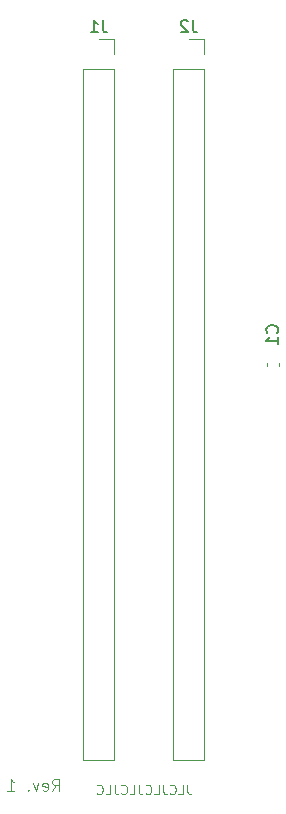
<source format=gbr>
G04 #@! TF.GenerationSoftware,KiCad,Pcbnew,8.0.8+dfsg-1*
G04 #@! TF.CreationDate,2025-06-20T16:24:31+09:00*
G04 #@! TF.ProjectId,bionic-p8095,62696f6e-6963-42d7-9038-3039352e6b69,1*
G04 #@! TF.SameCoordinates,Original*
G04 #@! TF.FileFunction,Legend,Bot*
G04 #@! TF.FilePolarity,Positive*
%FSLAX46Y46*%
G04 Gerber Fmt 4.6, Leading zero omitted, Abs format (unit mm)*
G04 Created by KiCad (PCBNEW 8.0.8+dfsg-1) date 2025-06-20 16:24:31*
%MOMM*%
%LPD*%
G01*
G04 APERTURE LIST*
%ADD10C,0.100000*%
%ADD11C,0.150000*%
%ADD12C,0.120000*%
G04 APERTURE END LIST*
D10*
X105966687Y-137436419D02*
X106300020Y-136960228D01*
X106538115Y-137436419D02*
X106538115Y-136436419D01*
X106538115Y-136436419D02*
X106157163Y-136436419D01*
X106157163Y-136436419D02*
X106061925Y-136484038D01*
X106061925Y-136484038D02*
X106014306Y-136531657D01*
X106014306Y-136531657D02*
X105966687Y-136626895D01*
X105966687Y-136626895D02*
X105966687Y-136769752D01*
X105966687Y-136769752D02*
X106014306Y-136864990D01*
X106014306Y-136864990D02*
X106061925Y-136912609D01*
X106061925Y-136912609D02*
X106157163Y-136960228D01*
X106157163Y-136960228D02*
X106538115Y-136960228D01*
X105157163Y-137388800D02*
X105252401Y-137436419D01*
X105252401Y-137436419D02*
X105442877Y-137436419D01*
X105442877Y-137436419D02*
X105538115Y-137388800D01*
X105538115Y-137388800D02*
X105585734Y-137293561D01*
X105585734Y-137293561D02*
X105585734Y-136912609D01*
X105585734Y-136912609D02*
X105538115Y-136817371D01*
X105538115Y-136817371D02*
X105442877Y-136769752D01*
X105442877Y-136769752D02*
X105252401Y-136769752D01*
X105252401Y-136769752D02*
X105157163Y-136817371D01*
X105157163Y-136817371D02*
X105109544Y-136912609D01*
X105109544Y-136912609D02*
X105109544Y-137007847D01*
X105109544Y-137007847D02*
X105585734Y-137103085D01*
X104776210Y-136769752D02*
X104538115Y-137436419D01*
X104538115Y-137436419D02*
X104300020Y-136769752D01*
X103919067Y-137341180D02*
X103871448Y-137388800D01*
X103871448Y-137388800D02*
X103919067Y-137436419D01*
X103919067Y-137436419D02*
X103966686Y-137388800D01*
X103966686Y-137388800D02*
X103919067Y-137341180D01*
X103919067Y-137341180D02*
X103919067Y-137436419D01*
X102157163Y-137436419D02*
X102728591Y-137436419D01*
X102442877Y-137436419D02*
X102442877Y-136436419D01*
X102442877Y-136436419D02*
X102538115Y-136579276D01*
X102538115Y-136579276D02*
X102633353Y-136674514D01*
X102633353Y-136674514D02*
X102728591Y-136722133D01*
X117395238Y-136914895D02*
X117395238Y-137486323D01*
X117395238Y-137486323D02*
X117433333Y-137600609D01*
X117433333Y-137600609D02*
X117509524Y-137676800D01*
X117509524Y-137676800D02*
X117623809Y-137714895D01*
X117623809Y-137714895D02*
X117700000Y-137714895D01*
X116633333Y-137714895D02*
X117014285Y-137714895D01*
X117014285Y-137714895D02*
X117014285Y-136914895D01*
X115909523Y-137638704D02*
X115947619Y-137676800D01*
X115947619Y-137676800D02*
X116061904Y-137714895D01*
X116061904Y-137714895D02*
X116138095Y-137714895D01*
X116138095Y-137714895D02*
X116252381Y-137676800D01*
X116252381Y-137676800D02*
X116328571Y-137600609D01*
X116328571Y-137600609D02*
X116366666Y-137524419D01*
X116366666Y-137524419D02*
X116404762Y-137372038D01*
X116404762Y-137372038D02*
X116404762Y-137257752D01*
X116404762Y-137257752D02*
X116366666Y-137105371D01*
X116366666Y-137105371D02*
X116328571Y-137029180D01*
X116328571Y-137029180D02*
X116252381Y-136952990D01*
X116252381Y-136952990D02*
X116138095Y-136914895D01*
X116138095Y-136914895D02*
X116061904Y-136914895D01*
X116061904Y-136914895D02*
X115947619Y-136952990D01*
X115947619Y-136952990D02*
X115909523Y-136991085D01*
X115338095Y-136914895D02*
X115338095Y-137486323D01*
X115338095Y-137486323D02*
X115376190Y-137600609D01*
X115376190Y-137600609D02*
X115452381Y-137676800D01*
X115452381Y-137676800D02*
X115566666Y-137714895D01*
X115566666Y-137714895D02*
X115642857Y-137714895D01*
X114576190Y-137714895D02*
X114957142Y-137714895D01*
X114957142Y-137714895D02*
X114957142Y-136914895D01*
X113852380Y-137638704D02*
X113890476Y-137676800D01*
X113890476Y-137676800D02*
X114004761Y-137714895D01*
X114004761Y-137714895D02*
X114080952Y-137714895D01*
X114080952Y-137714895D02*
X114195238Y-137676800D01*
X114195238Y-137676800D02*
X114271428Y-137600609D01*
X114271428Y-137600609D02*
X114309523Y-137524419D01*
X114309523Y-137524419D02*
X114347619Y-137372038D01*
X114347619Y-137372038D02*
X114347619Y-137257752D01*
X114347619Y-137257752D02*
X114309523Y-137105371D01*
X114309523Y-137105371D02*
X114271428Y-137029180D01*
X114271428Y-137029180D02*
X114195238Y-136952990D01*
X114195238Y-136952990D02*
X114080952Y-136914895D01*
X114080952Y-136914895D02*
X114004761Y-136914895D01*
X114004761Y-136914895D02*
X113890476Y-136952990D01*
X113890476Y-136952990D02*
X113852380Y-136991085D01*
X113280952Y-136914895D02*
X113280952Y-137486323D01*
X113280952Y-137486323D02*
X113319047Y-137600609D01*
X113319047Y-137600609D02*
X113395238Y-137676800D01*
X113395238Y-137676800D02*
X113509523Y-137714895D01*
X113509523Y-137714895D02*
X113585714Y-137714895D01*
X112519047Y-137714895D02*
X112899999Y-137714895D01*
X112899999Y-137714895D02*
X112899999Y-136914895D01*
X111795237Y-137638704D02*
X111833333Y-137676800D01*
X111833333Y-137676800D02*
X111947618Y-137714895D01*
X111947618Y-137714895D02*
X112023809Y-137714895D01*
X112023809Y-137714895D02*
X112138095Y-137676800D01*
X112138095Y-137676800D02*
X112214285Y-137600609D01*
X112214285Y-137600609D02*
X112252380Y-137524419D01*
X112252380Y-137524419D02*
X112290476Y-137372038D01*
X112290476Y-137372038D02*
X112290476Y-137257752D01*
X112290476Y-137257752D02*
X112252380Y-137105371D01*
X112252380Y-137105371D02*
X112214285Y-137029180D01*
X112214285Y-137029180D02*
X112138095Y-136952990D01*
X112138095Y-136952990D02*
X112023809Y-136914895D01*
X112023809Y-136914895D02*
X111947618Y-136914895D01*
X111947618Y-136914895D02*
X111833333Y-136952990D01*
X111833333Y-136952990D02*
X111795237Y-136991085D01*
X111223809Y-136914895D02*
X111223809Y-137486323D01*
X111223809Y-137486323D02*
X111261904Y-137600609D01*
X111261904Y-137600609D02*
X111338095Y-137676800D01*
X111338095Y-137676800D02*
X111452380Y-137714895D01*
X111452380Y-137714895D02*
X111528571Y-137714895D01*
X110461904Y-137714895D02*
X110842856Y-137714895D01*
X110842856Y-137714895D02*
X110842856Y-136914895D01*
X109738094Y-137638704D02*
X109776190Y-137676800D01*
X109776190Y-137676800D02*
X109890475Y-137714895D01*
X109890475Y-137714895D02*
X109966666Y-137714895D01*
X109966666Y-137714895D02*
X110080952Y-137676800D01*
X110080952Y-137676800D02*
X110157142Y-137600609D01*
X110157142Y-137600609D02*
X110195237Y-137524419D01*
X110195237Y-137524419D02*
X110233333Y-137372038D01*
X110233333Y-137372038D02*
X110233333Y-137257752D01*
X110233333Y-137257752D02*
X110195237Y-137105371D01*
X110195237Y-137105371D02*
X110157142Y-137029180D01*
X110157142Y-137029180D02*
X110080952Y-136952990D01*
X110080952Y-136952990D02*
X109966666Y-136914895D01*
X109966666Y-136914895D02*
X109890475Y-136914895D01*
X109890475Y-136914895D02*
X109776190Y-136952990D01*
X109776190Y-136952990D02*
X109738094Y-136991085D01*
D11*
X124979680Y-98653133D02*
X125027300Y-98605514D01*
X125027300Y-98605514D02*
X125074919Y-98462657D01*
X125074919Y-98462657D02*
X125074919Y-98367419D01*
X125074919Y-98367419D02*
X125027300Y-98224562D01*
X125027300Y-98224562D02*
X124932061Y-98129324D01*
X124932061Y-98129324D02*
X124836823Y-98081705D01*
X124836823Y-98081705D02*
X124646347Y-98034086D01*
X124646347Y-98034086D02*
X124503490Y-98034086D01*
X124503490Y-98034086D02*
X124313014Y-98081705D01*
X124313014Y-98081705D02*
X124217776Y-98129324D01*
X124217776Y-98129324D02*
X124122538Y-98224562D01*
X124122538Y-98224562D02*
X124074919Y-98367419D01*
X124074919Y-98367419D02*
X124074919Y-98462657D01*
X124074919Y-98462657D02*
X124122538Y-98605514D01*
X124122538Y-98605514D02*
X124170157Y-98653133D01*
X125074919Y-99605514D02*
X125074919Y-99034086D01*
X125074919Y-99319800D02*
X124074919Y-99319800D01*
X124074919Y-99319800D02*
X124217776Y-99224562D01*
X124217776Y-99224562D02*
X124313014Y-99129324D01*
X124313014Y-99129324D02*
X124360633Y-99034086D01*
X117843333Y-72204819D02*
X117843333Y-72919104D01*
X117843333Y-72919104D02*
X117890952Y-73061961D01*
X117890952Y-73061961D02*
X117986190Y-73157200D01*
X117986190Y-73157200D02*
X118129047Y-73204819D01*
X118129047Y-73204819D02*
X118224285Y-73204819D01*
X117414761Y-72300057D02*
X117367142Y-72252438D01*
X117367142Y-72252438D02*
X117271904Y-72204819D01*
X117271904Y-72204819D02*
X117033809Y-72204819D01*
X117033809Y-72204819D02*
X116938571Y-72252438D01*
X116938571Y-72252438D02*
X116890952Y-72300057D01*
X116890952Y-72300057D02*
X116843333Y-72395295D01*
X116843333Y-72395295D02*
X116843333Y-72490533D01*
X116843333Y-72490533D02*
X116890952Y-72633390D01*
X116890952Y-72633390D02*
X117462380Y-73204819D01*
X117462380Y-73204819D02*
X116843333Y-73204819D01*
X110223333Y-72204819D02*
X110223333Y-72919104D01*
X110223333Y-72919104D02*
X110270952Y-73061961D01*
X110270952Y-73061961D02*
X110366190Y-73157200D01*
X110366190Y-73157200D02*
X110509047Y-73204819D01*
X110509047Y-73204819D02*
X110604285Y-73204819D01*
X109223333Y-73204819D02*
X109794761Y-73204819D01*
X109509047Y-73204819D02*
X109509047Y-72204819D01*
X109509047Y-72204819D02*
X109604285Y-72347676D01*
X109604285Y-72347676D02*
X109699523Y-72442914D01*
X109699523Y-72442914D02*
X109794761Y-72490533D01*
D12*
X124112000Y-101489867D02*
X124112000Y-101197333D01*
X125132000Y-101489867D02*
X125132000Y-101197333D01*
X116180000Y-76350000D02*
X118840000Y-76350000D01*
X116180000Y-134830000D02*
X116180000Y-76350000D01*
X116180000Y-134830000D02*
X118840000Y-134830000D01*
X117510000Y-73750000D02*
X118840000Y-73750000D01*
X118840000Y-73750000D02*
X118840000Y-75080000D01*
X118840000Y-134830000D02*
X118840000Y-76350000D01*
X108560000Y-76350000D02*
X111220000Y-76350000D01*
X108560000Y-134830000D02*
X108560000Y-76350000D01*
X108560000Y-134830000D02*
X111220000Y-134830000D01*
X109890000Y-73750000D02*
X111220000Y-73750000D01*
X111220000Y-73750000D02*
X111220000Y-75080000D01*
X111220000Y-134830000D02*
X111220000Y-76350000D01*
M02*

</source>
